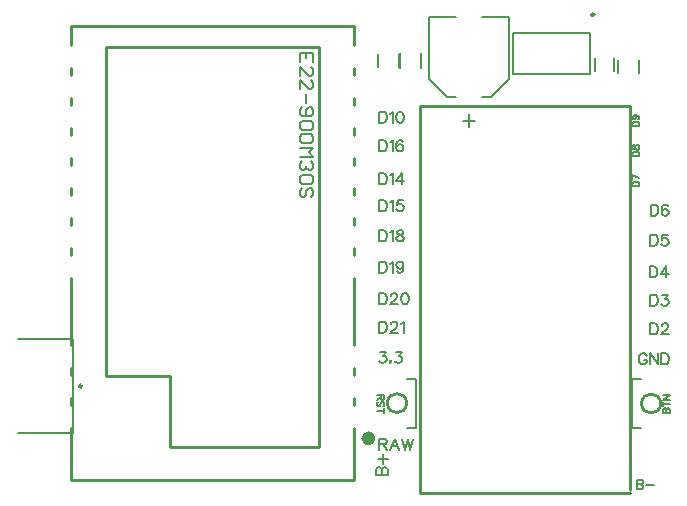
<source format=gbr>
G04*
G04 #@! TF.GenerationSoftware,Altium Limited,Altium Designer,25.5.2 (35)*
G04*
G04 Layer_Color=65535*
%FSLAX44Y44*%
%MOMM*%
G71*
G04*
G04 #@! TF.SameCoordinates,A7D09D84-BF10-4A22-89B3-4961FFB17041*
G04*
G04*
G04 #@! TF.FilePolarity,Positive*
G04*
G01*
G75*
%ADD10C,0.6000*%
%ADD11C,0.2500*%
%ADD12C,0.2286*%
%ADD13C,0.1016*%
%ADD14C,0.2540*%
%ADD15C,0.2000*%
%ADD16C,0.1778*%
%ADD17C,0.1270*%
%ADD18C,0.1524*%
D10*
X283083Y46168D02*
G03*
X283083Y46168I-3000J0D01*
G01*
D11*
X471250Y404950D02*
G03*
X471250Y404950I-1250J0D01*
G01*
X37600Y90424D02*
G03*
X37600Y90424I-1250J0D01*
G01*
D12*
X511266Y75702D02*
G03*
X527532Y75702I8133J0D01*
G01*
D02*
G03*
X511266Y75702I-8133J0D01*
G01*
X296150Y76034D02*
G03*
X312417Y76034I8133J0D01*
G01*
D02*
G03*
X296150Y76034I-8133J0D01*
G01*
X501243Y2844D02*
Y327965D01*
X323443Y304D02*
X501243D01*
X323443D02*
Y327965D01*
X501243D01*
D13*
X11429Y318999D02*
D03*
X4876D02*
D03*
D14*
X28082Y395570D02*
X268082D01*
X28082Y10570D02*
X268082D01*
X28082Y379281D02*
Y395570D01*
Y353881D02*
Y359658D01*
Y328481D02*
Y334258D01*
Y303081D02*
Y308858D01*
Y277681D02*
Y283458D01*
Y252281D02*
Y258058D01*
Y226881D02*
Y232658D01*
Y201481D02*
Y207258D01*
Y125481D02*
Y181858D01*
Y100081D02*
Y105858D01*
Y74681D02*
Y80458D01*
Y10570D02*
Y55058D01*
X268082Y379281D02*
Y395570D01*
Y353881D02*
Y359658D01*
Y328481D02*
Y334258D01*
Y303081D02*
Y308858D01*
Y277681D02*
Y283458D01*
Y252281D02*
Y258058D01*
Y226881D02*
Y232658D01*
Y201481D02*
Y207258D01*
Y125481D02*
Y181858D01*
Y100081D02*
Y105858D01*
Y74681D02*
Y80458D01*
Y10570D02*
Y55058D01*
X58082Y377670D02*
X238082D01*
Y38670D02*
Y377670D01*
X112082Y38670D02*
X238082D01*
X112082D02*
Y98670D01*
X58082D02*
X112082D01*
X58082D02*
Y377670D01*
D15*
X306920Y359750D02*
Y372250D01*
X324920Y359750D02*
Y372250D01*
X288180Y360260D02*
Y371260D01*
X306180Y360260D02*
Y371260D01*
X488000Y357500D02*
Y368500D01*
X472000Y357500D02*
Y368500D01*
X399000Y350500D02*
Y403000D01*
X376000D02*
X399000D01*
X376000Y335000D02*
X383500D01*
X399000Y350500D01*
X331000D02*
X346500Y335000D01*
X354000D01*
X331000Y403000D02*
X354000D01*
X331000Y350500D02*
Y403000D01*
X467525Y354475D02*
Y389525D01*
X402475Y354475D02*
X467525D01*
X402475D02*
Y389525D01*
X467525D01*
X-17000Y130424D02*
X30000D01*
Y50424D02*
Y130424D01*
X-17000Y50424D02*
X30000D01*
X491000Y355500D02*
Y366500D01*
X509000Y355500D02*
Y366500D01*
D16*
X294614Y239700D02*
X295071Y240614D01*
X309701Y220218D02*
Y221132D01*
X525069Y241808D02*
X525526Y240436D01*
X293699Y313715D02*
X294614Y314630D01*
X511962Y7645D02*
X512317Y8000D01*
X307873Y222478D02*
X309244Y222021D01*
X304240Y243789D02*
X304697Y247878D01*
X531698Y209118D02*
X533045Y209575D01*
X530327Y158318D02*
X531698D01*
X294156Y110515D02*
X295071Y111429D01*
X300786Y212928D02*
Y222478D01*
X503453Y292125D02*
X503707Y291312D01*
X528066Y160147D02*
X528523Y159232D01*
X524612Y136474D02*
X525069Y137845D01*
X533070Y234975D02*
X533959Y235890D01*
X304418Y166420D02*
Y167335D01*
X289186Y73443D02*
X289745Y73722D01*
X294614Y187630D02*
X295071Y188544D01*
X505358Y316293D02*
X506171Y316572D01*
X304240Y296875D02*
X305155Y298221D01*
X533501Y116992D02*
X533958Y116077D01*
X310159Y135458D02*
Y145008D01*
X295528Y163246D02*
Y165506D01*
X310616Y169138D02*
X311505D01*
X308787Y313715D02*
X309701Y315087D01*
X506704Y291033D02*
X507263Y290753D01*
X289153Y45948D02*
X293242D01*
X309244Y213385D02*
X309701Y213842D01*
X306984Y289128D02*
X308330Y289585D01*
X528066Y134188D02*
X534416D01*
X289153Y261188D02*
Y270738D01*
X295782Y21005D02*
X296239Y19634D01*
X305155Y190373D02*
X306526Y189916D01*
X509168Y292125D02*
Y293217D01*
X524155Y217322D02*
X524612Y216408D01*
X532751Y71384D02*
X533285Y71663D01*
X532472Y71130D02*
X532751Y71384D01*
X303961Y144094D02*
X304418Y143205D01*
X289153Y135458D02*
Y145008D01*
X292328Y212928D02*
X293699Y213385D01*
X505637Y314489D02*
X506983D01*
X295071Y291414D02*
X295528Y292786D01*
X292184Y79056D02*
X292743Y79336D01*
X308330Y115062D02*
X308787Y113715D01*
X505637Y263550D02*
X506983D01*
X533502Y243611D02*
X533959Y242722D01*
X288035Y29006D02*
X296239D01*
X308330Y195351D02*
X309244Y194462D01*
X508889Y316852D02*
X509168Y317665D01*
X518694Y134188D02*
Y143738D01*
X513410Y118338D02*
X514324Y117881D01*
X300786Y169138D02*
X302615D01*
X293022Y74002D02*
X293276Y74814D01*
X504799Y288696D02*
X505637Y288950D01*
X304240Y321005D02*
X305155Y322351D01*
X532155Y182448D02*
Y191998D01*
X512673Y8737D02*
Y9474D01*
X293699Y247421D02*
X294614Y246532D01*
X308330Y218846D02*
X309244Y219303D01*
X503453Y259740D02*
Y261645D01*
X293699Y322351D02*
X294614Y321462D01*
X309244Y222021D02*
X309701Y221132D01*
X293022Y76719D02*
X293276Y75907D01*
X507796Y288696D02*
X508355Y288417D01*
X309701Y321005D02*
X310159Y318719D01*
X518236Y182448D02*
Y191998D01*
X515086Y6553D02*
X521639D01*
X293699Y144551D02*
X294614Y143662D01*
X289153Y247878D02*
X292328D01*
X308787Y217932D02*
X309701Y217043D01*
X524612Y242722D02*
X525069Y241808D01*
X292328Y313258D02*
X293699Y313715D01*
X507593Y7289D02*
X510870D01*
X298525Y36398D02*
X302157Y45948D01*
X308787Y244246D02*
X309701Y243332D01*
X528955Y209575D02*
X530327Y209118D01*
X533045Y158775D02*
X533959Y159690D01*
X292785Y110058D02*
X294156Y110515D01*
X299414Y221132D02*
X300786Y222478D01*
X505891Y292938D02*
X506171Y293751D01*
X525069Y161975D02*
Y164236D01*
X524155Y135559D02*
X524612Y136474D01*
X534416Y237261D02*
Y237718D01*
X308330Y167335D02*
X309244Y168681D01*
X288374Y73443D02*
X289186D01*
X293699Y186715D02*
X294614Y187630D01*
X503453Y317944D02*
X503707Y317106D01*
X303783Y294589D02*
X304240Y296875D01*
X533958Y116077D02*
X534416Y114706D01*
X308787Y143662D02*
X310159Y145008D01*
X289153Y159588D02*
Y169138D01*
X311505Y159588D02*
X312876Y160045D01*
X307415Y313258D02*
X308787Y313715D01*
X508634Y291033D02*
X508889Y291312D01*
X315620Y36398D02*
X317880Y45948D01*
X304697Y213385D02*
X306069Y212928D01*
X306984Y295046D02*
X308330Y294589D01*
X533959Y141020D02*
Y141935D01*
X289153Y270738D02*
X292328D01*
X294411Y21920D02*
X295325Y21462D01*
X304240Y191262D02*
X305155Y190373D01*
X507263Y294589D02*
X508076D01*
X524612Y216408D02*
X525069Y215036D01*
X533285Y71663D02*
X534098D01*
X529475Y70291D02*
X529729Y71130D01*
X303961Y141376D02*
X304418Y142290D01*
X292463Y77253D02*
X293022Y76719D01*
X292328Y222478D02*
X293699Y222021D01*
X508889Y313397D02*
X509168Y312584D01*
X294614Y290500D02*
X295071Y291414D01*
X292743Y79336D02*
X293022Y79615D01*
X308330Y111429D02*
X308787Y112801D01*
X505358Y291312D02*
X505637Y291846D01*
X531241Y244068D02*
X532156D01*
X294614Y45491D02*
X295071Y45034D01*
X306984Y195808D02*
X308330Y195351D01*
X508355Y316572D02*
X508889Y316852D01*
X529412Y143281D02*
X530327Y143738D01*
X515238Y116992D02*
X515670Y116077D01*
X303783Y264388D02*
X310616D01*
X293276Y67829D02*
Y71639D01*
X506983Y288950D02*
X507796Y288696D01*
X300786Y313258D02*
Y322808D01*
X527608Y185648D02*
X534416D01*
X507593Y10921D02*
X510870D01*
X289153Y145008D02*
X292328D01*
X295528Y43230D02*
Y44145D01*
X309244Y191262D02*
X309701Y192633D01*
X533045Y143281D02*
X533502Y142824D01*
X510692Y117881D02*
X511581Y118338D01*
X292328Y270738D02*
X293699Y270281D01*
X287561Y69734D02*
X293276D01*
X508355Y288417D02*
X508889Y287858D01*
X298525Y321005D02*
X299414Y321462D01*
X522782Y182905D02*
X523697Y183820D01*
X512673Y4724D02*
Y5816D01*
X294614Y143662D02*
X295071Y142748D01*
X289153Y238328D02*
X292328D01*
X304240Y217043D02*
X305155Y217932D01*
X525069Y236804D02*
X525526Y238176D01*
X295071Y315544D02*
X295528Y316916D01*
X510870Y7289D02*
X511962Y6908D01*
X305612Y115976D02*
X308330Y119608D01*
X304240Y243789D02*
X304697Y244246D01*
X528523Y210032D02*
X528955Y209575D01*
X533959Y163322D02*
X534416Y161975D01*
X290067Y110515D02*
X291413Y110058D01*
X298525Y246075D02*
X299414Y246532D01*
X506704Y294310D02*
X507263Y294589D01*
X524612Y165608D02*
X525069Y164236D01*
X523240Y134645D02*
X524155Y135559D01*
X531241Y234518D02*
X531698D01*
X309244Y168681D02*
X310616Y169138D01*
X288492Y21920D02*
X289407D01*
X289153Y186258D02*
X292328D01*
X506171Y316572D02*
X506704Y317106D01*
X303783Y292328D02*
X304240Y293675D01*
X533958Y111074D02*
X534416Y112445D01*
X307873Y143205D02*
X308787Y143662D01*
X289153Y169138D02*
X292328D01*
X310616Y159588D02*
X311505D01*
X303783Y317373D02*
X304240Y315087D01*
X508076Y290753D02*
X508634Y291033D01*
X307873Y212928D02*
X309244Y213385D01*
X308330Y289585D02*
X309244Y290500D01*
X524155Y159690D02*
X524612Y160604D01*
X295325Y21462D02*
X295782Y21005D01*
X303783Y193091D02*
X304240Y194462D01*
X504799Y291033D02*
X505358Y291312D01*
X525069Y212776D02*
Y215036D01*
X534098Y71663D02*
X534656Y71384D01*
X529475Y67853D02*
Y70291D01*
X303072Y140004D02*
X303961Y141376D01*
X291371Y76999D02*
X291930Y77253D01*
X289153Y212928D02*
X292328D01*
X509168Y310679D02*
Y312584D01*
X293699Y289585D02*
X294614Y290500D01*
X529475Y75371D02*
X535190D01*
X291650Y79056D02*
X292184D01*
X307415Y110515D02*
X308330Y111429D01*
X509168Y317665D02*
Y318198D01*
X505637Y291846D02*
X505891Y292938D01*
X529475Y73466D02*
Y77276D01*
X295071Y45034D02*
X295528Y44145D01*
X306526Y195808D02*
X306984D01*
X508076Y319569D02*
X508889Y319036D01*
X532155Y143738D02*
X533045Y143281D01*
X509320Y111074D02*
X509777Y110159D01*
X292328Y261188D02*
X293699Y261645D01*
X505637Y293497D02*
X505891Y292404D01*
X295071Y42316D02*
X295528Y43230D01*
X309244Y188087D02*
X309701Y190373D01*
X530327Y143738D02*
X532155D01*
X509777Y116992D02*
X510692Y117881D01*
X295528Y264846D02*
Y267106D01*
X289407Y21920D02*
X290321Y21462D01*
X307415Y218389D02*
X308787Y217932D01*
X508889Y287858D02*
X509168Y287045D01*
X523698Y243611D02*
X524612Y242722D01*
X309701Y315087D02*
X310159Y317373D01*
X521411Y182448D02*
X522782Y182905D01*
X295071Y142748D02*
X295528Y141376D01*
X289153Y238328D02*
Y247878D01*
X305155Y217932D02*
X306526Y218389D01*
X524612Y235890D02*
X525069Y236804D01*
X294614Y314630D02*
X295071Y315544D01*
X523240Y158775D02*
X524155Y159690D01*
X303326Y119608D02*
X308330D01*
X304697Y244246D02*
X306069Y244703D01*
X528066Y210947D02*
X528523Y210032D01*
X534416Y161061D02*
Y161975D01*
X289610Y110972D02*
X290067Y110515D01*
X300786Y238328D02*
Y247878D01*
X506983Y314489D02*
X507796Y314235D01*
X523697Y183820D02*
X524154Y184734D01*
X523240Y143281D02*
X524155Y142392D01*
X533070Y239979D02*
X533959Y239065D01*
X307873Y165049D02*
X308330Y167335D01*
X292125Y21462D02*
X293039Y21920D01*
X289153Y186258D02*
Y195808D01*
X505079Y316293D02*
X505358D01*
X304240Y293675D02*
X305155Y294589D01*
X533501Y110159D02*
X533958Y111074D01*
X512317Y6553D02*
X512673Y5816D01*
X295071Y161874D02*
X295528Y163246D01*
X307873Y163703D02*
X308330Y161417D01*
X304240Y315087D02*
X305155Y313715D01*
X506171Y291566D02*
X506704Y291033D01*
X313333Y45948D02*
X315620Y36398D01*
X304240Y213842D02*
X304697Y213385D01*
X305155Y294589D02*
X306526Y295046D01*
X524155Y166522D02*
X524612Y165608D01*
X286689Y15544D02*
X296239D01*
X304240Y194462D02*
X305155Y195351D01*
X504799Y294310D02*
X505358Y294030D01*
X524612Y211404D02*
X525069Y212776D01*
X534656Y71384D02*
X534910Y71130D01*
X528523Y237718D02*
X528981Y235890D01*
X298525Y135458D02*
X303072Y140004D01*
X291117Y76719D02*
X291371Y76999D01*
X289153Y222478D02*
X292328D01*
X504266Y313956D02*
X504799Y314235D01*
X292328Y289128D02*
X293699Y289585D01*
X529475Y79080D02*
X535190D01*
X290558Y80428D02*
Y82892D01*
X308787Y112801D02*
Y113715D01*
X505891Y292404D02*
X506171Y291566D01*
X528040Y108788D02*
X531215D01*
X510870Y7289D02*
X511962Y7645D01*
X295528Y241986D02*
Y244246D01*
X304697Y222021D02*
X306069Y222478D01*
X503707Y262458D02*
X504266Y263017D01*
X294614Y321462D02*
X295071Y320548D01*
X509777Y110159D02*
X510692Y109245D01*
X309701Y243332D02*
X310159Y241986D01*
X309701Y291871D02*
Y292328D01*
X533959Y159690D02*
X534416Y161061D01*
X298525Y110058D02*
X299414Y110972D01*
X300786Y186258D02*
Y195808D01*
X503707Y291312D02*
X504266Y291033D01*
X528523Y214579D02*
X528955Y218668D01*
X531100Y71663D02*
X531659Y71384D01*
X528523Y237718D02*
X528981Y239065D01*
X302615Y145008D02*
X303504Y144551D01*
X292463Y73443D02*
X293022Y74002D01*
X293699Y195351D02*
X294614Y194462D01*
X503453Y310679D02*
Y312584D01*
X299414Y297332D02*
X300786Y298678D01*
X518693Y118338D02*
X525043Y108788D01*
X294614Y160959D02*
X295071Y161874D01*
X518236Y182448D02*
X521411D01*
X309244Y160045D02*
X310616Y159588D01*
X295528Y139115D02*
Y141376D01*
X293699Y222021D02*
X294614Y221132D01*
X523698Y234975D02*
X524612Y235890D01*
X289153Y313258D02*
X292328D01*
X521869Y158318D02*
X523240Y158775D01*
X305612Y115976D02*
X306984D01*
X306069Y244703D02*
X307415D01*
X530327Y209118D02*
X531698D01*
X529870Y239979D02*
X531241Y240436D01*
X289153Y111887D02*
X289610Y110972D01*
X299414Y246532D02*
X300786Y247878D01*
X507796Y314235D02*
X508355Y313956D01*
X524612Y160604D02*
X525069Y161975D01*
X524155Y142392D02*
X524612Y141478D01*
X513410Y108788D02*
X514324Y109245D01*
X303961Y168224D02*
X304418Y167335D01*
X293039Y21920D02*
X294411D01*
X289153Y195808D02*
X292328D01*
X503707Y319036D02*
X504266Y319569D01*
X308787Y298221D02*
X309244Y297332D01*
X532587Y109245D02*
X533501Y110159D01*
X512317Y4013D02*
X512673Y4724D01*
X292328Y238328D02*
X293699Y238785D01*
X308330Y161417D02*
X309244Y160045D01*
X305155Y313715D02*
X306526Y313258D01*
X511962Y3632D02*
X512317Y4013D01*
X311073Y36398D02*
X313333Y45948D01*
X306069Y212928D02*
X307873D01*
X306526Y295046D02*
X306984D01*
X528955Y167868D02*
X533959D01*
X296239Y15544D02*
Y19634D01*
X303783Y192633D02*
X304240Y191262D01*
X503707Y294030D02*
X504266Y294310D01*
X528955Y215036D02*
X530327Y215493D01*
X534910Y71130D02*
X535190Y70291D01*
X528981Y235890D02*
X529870Y234975D01*
X298983Y142748D02*
Y143205D01*
X291930Y77253D02*
X292463D01*
X289153Y212928D02*
Y222478D01*
X504799Y314235D02*
X505637Y314489D01*
X289153Y289128D02*
Y298678D01*
X529475Y79080D02*
X535190Y82915D01*
X287561Y82892D02*
X293276D01*
X306069Y110058D02*
X307415Y110515D01*
X294614Y269392D02*
X295071Y268478D01*
X290778Y21005D02*
X291236Y19634D01*
X307873Y163703D02*
Y165049D01*
X503453Y285140D02*
X509168D01*
X519151Y234518D02*
Y244068D01*
X303783Y318719D02*
X304240Y321005D01*
X524154Y189738D02*
X524611Y188366D01*
X289153Y159588D02*
X292328D01*
X295071Y137744D02*
X295528Y139115D01*
X294614Y221132D02*
X295071Y220218D01*
X522326Y234518D02*
X523698Y234975D01*
X289153Y298678D02*
X292328D01*
X518694Y158318D02*
X521869D01*
X293276Y80428D02*
Y82892D01*
X303326Y110515D02*
X304697Y110058D01*
X307415Y244703D02*
X308787Y244246D01*
X521869Y218668D02*
X523240Y218211D01*
X531698Y240436D02*
X533070Y239979D01*
X291413Y110058D02*
X292785D01*
X300786Y261188D02*
Y270738D01*
X506983Y317944D02*
Y318198D01*
X524154Y184734D02*
X524611Y186105D01*
X524612Y141478D02*
X525069Y140106D01*
X514324Y109245D02*
X515238Y110159D01*
X298983Y166878D02*
Y167335D01*
X287603Y21462D02*
X288492Y21920D01*
X295528Y112801D02*
Y113715D01*
X503453Y317944D02*
Y318198D01*
X307415Y298678D02*
X308787Y298221D01*
X531215Y108788D02*
X532587Y109245D01*
X511962Y6908D02*
X512317Y6553D01*
X293699Y238785D02*
X294614Y239700D01*
X304240Y221132D02*
X304697Y222021D01*
X306526Y313258D02*
X307415D01*
X510870Y3276D02*
X511962Y3632D01*
X308787Y45948D02*
X311073Y36398D01*
X309701Y217043D02*
X310159Y216128D01*
X309244Y293675D02*
X309701Y292328D01*
X531698Y158318D02*
X533045Y158775D01*
X298983Y112344D02*
X299414Y111887D01*
X303783Y192633D02*
Y193091D01*
X503453Y293217D02*
X503707Y294030D01*
X531698Y215493D02*
X533045Y215036D01*
X529729Y71130D02*
X530008Y71384D01*
X528523Y237718D02*
Y239979D01*
X298983Y143205D02*
X299414Y144094D01*
X287840Y74002D02*
X288374Y73443D01*
X292328Y186258D02*
X293699Y186715D01*
X503453Y310679D02*
X509168D01*
X289153Y289128D02*
X292328D01*
X529475Y82915D02*
X535190D01*
X293699Y160045D02*
X294614Y160959D01*
X312876Y160045D02*
X313791Y161417D01*
X505358Y294030D02*
X505637Y293497D01*
X294614Y41859D02*
X295071Y42316D01*
X309244Y194462D02*
X309701Y192633D01*
X533502Y142824D02*
X533959Y141935D01*
X509320Y116077D02*
X509777Y116992D01*
X295071Y263474D02*
X295528Y264846D01*
X290321Y21462D02*
X290778Y21005D01*
X304240Y220218D02*
X304697Y219303D01*
X509168Y285140D02*
Y287045D01*
X519151Y244068D02*
X522326D01*
X310159Y317373D02*
Y318719D01*
X313791Y161417D02*
X314248Y163703D01*
X506983Y263550D02*
X507796Y263296D01*
X292125Y24917D02*
Y33096D01*
X303783Y216128D02*
X304240Y217043D01*
X295528Y316916D02*
Y319176D01*
X533502Y140106D02*
X533959Y141020D01*
X508863Y112445D02*
X509320Y111074D01*
X295071Y268478D02*
X295528Y267106D01*
X291693Y21005D02*
X292125Y21462D01*
X308330Y186715D02*
X309244Y188087D01*
X508076Y294589D02*
X508634Y294310D01*
X525526Y238176D02*
Y240436D01*
X303783Y317373D02*
Y318719D01*
X521411Y191998D02*
X522782Y191541D01*
X303961Y165506D02*
X304418Y166420D01*
X294614Y136829D02*
X295071Y137744D01*
Y220218D02*
X295528Y218846D01*
X519151Y234518D02*
X522326D01*
X292328Y298678D02*
X293699Y298221D01*
X518694Y167868D02*
X521869D01*
X287561Y79056D02*
X290558Y80961D01*
X302869Y110972D02*
X303326Y110515D01*
X304697Y247878D02*
X309244D01*
X518694Y209118D02*
Y218668D01*
X531241Y240436D02*
X531698D01*
X298525Y268935D02*
X299414Y269392D01*
X506704Y317106D02*
X506983Y317944D01*
X528523Y159232D02*
X528955Y158775D01*
X521869Y134188D02*
X523240Y134645D01*
X515238Y110159D02*
X515670Y111074D01*
X298983Y167335D02*
X299414Y168224D01*
X286689Y15544D02*
Y19634D01*
X294614Y115519D02*
X295071Y115062D01*
X505358Y319849D02*
X506171Y319569D01*
X299414Y321462D02*
X300786Y322808D01*
X528040Y118338D02*
X531215D01*
X512317Y8000D02*
X512673Y8737D01*
X295071Y240614D02*
X295528Y241986D01*
X306526Y218389D02*
X308330Y218846D01*
X292328Y322808D02*
X293699Y322351D01*
X507593Y3276D02*
X510870D01*
X302157Y45948D02*
X305790Y36398D01*
X299872Y39598D02*
X304418D01*
X305155Y289585D02*
X306526Y289128D01*
X528955Y158775D02*
X530327Y158318D01*
X299414Y110972D02*
Y111887D01*
Y194462D02*
X300786Y195808D01*
X504266Y291033D02*
X504799D01*
X530327Y215493D02*
X531698D01*
X530008Y71384D02*
X530567Y71663D01*
X528981Y239065D02*
X529870Y239979D01*
X299872Y144551D02*
X300786Y145008D01*
X287561Y74814D02*
X287840Y74002D01*
X292328Y195808D02*
X293699Y195351D01*
X503453Y312584D02*
X503707Y313397D01*
X309244Y290500D02*
X309701Y291871D01*
X518693Y108788D02*
Y118338D01*
X292328Y159588D02*
X293699Y160045D01*
X507593Y3276D02*
Y10921D01*
X289153Y41401D02*
X293242D01*
X309701Y190373D02*
Y192633D01*
X528523Y141478D02*
Y141935D01*
X508863Y114706D02*
X509320Y116077D01*
X303783Y240157D02*
X304240Y239242D01*
X521869Y209118D02*
X523240Y209575D01*
X533502Y163779D02*
X533959Y163322D01*
X295071Y111429D02*
X295528Y112801D01*
X298525Y220675D02*
X299414Y221132D01*
X506171Y293751D02*
X506704Y294310D01*
X524155Y210490D02*
X524612Y211404D01*
X535190Y67853D02*
Y70291D01*
X531698Y234518D02*
X533070Y234975D01*
X300786Y145008D02*
X302615D01*
X289745Y73722D02*
X290025Y74002D01*
X295071Y188544D02*
X295528Y189916D01*
X503707Y317106D02*
X504266Y316572D01*
X305155Y298221D02*
X306526Y298678D01*
X532587Y117881D02*
X533501Y116992D01*
X511581Y118338D02*
X513410D01*
X295071Y166878D02*
X295528Y165506D01*
X314248Y163703D02*
Y165049D01*
X509168Y259740D02*
Y261645D01*
X293242Y41401D02*
X294614Y41859D01*
X303783Y214757D02*
X304240Y213842D01*
Y290500D02*
X305155Y289585D01*
X528955Y142824D02*
X529412Y143281D01*
X289153Y261188D02*
X292328D01*
X291236Y15544D02*
Y19634D01*
X306069Y222478D02*
X307873D01*
X507263Y290753D02*
X508076D01*
X523240Y218211D02*
X524155Y217322D01*
X531913Y71130D02*
X532192Y70291D01*
X531659Y71384D02*
X531913Y71130D01*
X303504Y144551D02*
X303961Y144094D01*
X518694Y143738D02*
X521869D01*
X515670Y111074D02*
Y112445D01*
X299872Y168681D02*
X300786Y169138D01*
X290279Y74535D02*
X290837Y76161D01*
X292328Y115976D02*
X295071Y119608D01*
X503453Y287045D02*
X503707Y287858D01*
X305155Y322351D02*
X306526Y322808D01*
X534416Y112445D02*
Y114706D01*
X510870Y10921D02*
X511962Y10566D01*
X292328Y247878D02*
X293699Y247421D01*
X304697Y219303D02*
X305612Y218846D01*
X503453Y261645D02*
X503707Y262458D01*
X295071Y320548D02*
X295528Y319176D01*
X510692Y109245D02*
X511581Y108788D01*
X309701Y239700D02*
X310159Y241071D01*
X306526Y289128D02*
X306984D01*
X531241Y164236D02*
X533959Y167868D01*
X298983Y111429D02*
X299414Y111887D01*
X298525Y194005D02*
X299414Y194462D01*
X504266Y294310D02*
X504799D01*
X528955Y218668D02*
X533502D01*
X532192Y70291D02*
X532472Y71130D01*
X533959Y239065D02*
X534416Y237718D01*
X299414Y144094D02*
X299872Y144551D01*
X287840Y76719D02*
X288374Y77253D01*
X295071Y193548D02*
X295528Y192176D01*
X503707Y313397D02*
X504266Y313956D01*
X300786Y289128D02*
Y298678D01*
X525043Y108788D02*
Y118338D01*
X293699Y168681D02*
X294614Y167792D01*
X311505Y169138D02*
X312876Y168681D01*
X507796Y263296D02*
X508355Y263017D01*
X289153Y36398D02*
Y45948D01*
X310159Y214757D02*
Y216128D01*
X303783Y292328D02*
Y294589D01*
X532613Y138734D02*
X533502Y140106D01*
X294614Y262560D02*
X295071Y263474D01*
X287146Y21005D02*
X287603Y21462D01*
X306984Y186258D02*
X308330Y186715D01*
X508634Y294310D02*
X508889Y294030D01*
X533959Y210490D02*
X534416Y211861D01*
X522782Y191541D02*
X523697Y190652D01*
X303072Y164135D02*
X303961Y165506D01*
X293699Y135915D02*
X294614Y136829D01*
X295528Y216586D02*
Y218846D01*
X522326Y244068D02*
X523698Y243611D01*
X293699Y298221D02*
X294614Y297332D01*
X521869Y167868D02*
X523240Y167411D01*
X293022Y79615D02*
X293276Y80428D01*
X302437Y111887D02*
X302869Y110972D01*
X304240Y239242D02*
X304697Y238785D01*
X518694Y218668D02*
X521869D01*
X528981Y242265D02*
X529870Y243611D01*
X299414Y269392D02*
X300786Y270738D01*
X506704Y319036D02*
X506983Y318198D01*
X503453Y265353D02*
Y269189D01*
X521869Y143738D02*
X523240Y143281D01*
X511581Y108788D02*
X513410D01*
X299414Y168224D02*
X299872Y168681D01*
X290837Y76161D02*
X291117Y76719D01*
X295071Y115062D02*
X295528Y113715D01*
X504266Y288417D02*
X504799Y288696D01*
X306526Y322808D02*
X307415D01*
X306984Y115976D02*
X307873Y115519D01*
X504266Y263017D02*
X504799Y263296D01*
X529870Y243611D02*
X531241Y244068D01*
X308330Y190373D02*
X309244Y191262D01*
X508355Y313956D02*
X508889Y313397D01*
X506171Y319569D02*
X506704Y319036D01*
X518694Y134188D02*
X521869D01*
X513410Y112445D02*
X515670D01*
X302615Y169138D02*
X303504Y168681D01*
X293276Y74814D02*
Y75907D01*
X293699Y115976D02*
X294614Y115519D01*
X503707Y287858D02*
X504266Y288417D01*
X308787Y322351D02*
X309701Y321005D01*
X523697Y190652D02*
X524154Y189738D01*
X511962Y10566D02*
X512317Y10185D01*
X294614Y246532D02*
X295071Y245618D01*
X304240Y220218D02*
Y221132D01*
X503453Y269189D02*
X509168Y266446D01*
X289153Y313258D02*
Y322808D01*
X310159Y241071D02*
Y241986D01*
X307415Y238328D02*
X308787Y238785D01*
X523240Y209575D02*
X524155Y210490D01*
X531241Y164236D02*
X532613D01*
X298525Y111887D02*
X298983Y111429D01*
X306069Y186258D02*
X306984D01*
X503453Y292125D02*
Y293217D01*
X528523Y214579D02*
X528955Y215036D01*
X532192Y67853D02*
Y70291D01*
X529870Y234975D02*
X531241Y234518D01*
X298525Y135458D02*
X304875D01*
X287561Y74814D02*
Y75907D01*
X295528Y189916D02*
Y192176D01*
X503453Y318198D02*
X503707Y319036D01*
X298525Y296875D02*
X299414Y297332D01*
X528040Y108788D02*
Y118338D01*
X294614Y167792D02*
X295071Y166878D01*
X313791Y167335D02*
X314248Y165049D01*
X508355Y263017D02*
X508889Y262458D01*
X293242Y45948D02*
X294614Y45491D01*
X309701Y213842D02*
X310159Y214757D01*
X308330Y294589D02*
X309244Y293675D01*
X528066Y134188D02*
X532613Y138734D01*
X293699Y261645D02*
X294614Y262560D01*
X291236Y19634D02*
X291693Y21005D01*
X304697Y186715D02*
X306069Y186258D01*
X508889Y291312D02*
X509168Y292125D01*
X533959Y214122D02*
X534416Y212776D01*
X523240Y167411D02*
X524155Y166522D01*
X524611Y186105D02*
Y188366D01*
X298525Y159588D02*
X303072Y164135D01*
X292328Y135458D02*
X293699Y135915D01*
X295071Y215214D02*
X295528Y216586D01*
X303783Y264388D02*
X308330Y270738D01*
X294614Y297332D02*
X295071Y296418D01*
X518694Y158318D02*
Y167868D01*
X291117Y79336D02*
X291650Y79056D01*
X304697Y110058D02*
X306069D01*
Y238328D02*
X307415D01*
X533045Y209575D02*
X533959Y210490D01*
X528523Y239979D02*
X528981Y242265D01*
X306526Y189916D02*
X306984D01*
X506704Y319849D02*
X508076Y319569D01*
X504266D02*
X505358Y319849D01*
X292328Y145008D02*
X293699Y144551D01*
Y213385D02*
X294614Y214300D01*
X308787Y238785D02*
X309701Y239700D01*
X295528Y292786D02*
Y295046D01*
X290558Y80428D02*
X290837Y79615D01*
X307873Y115519D02*
X308330Y115062D01*
X504799Y263296D02*
X505637Y263550D01*
X532156Y244068D02*
X533502Y243611D01*
X290067Y119608D02*
X295071D01*
X306984Y189916D02*
X308330Y190373D01*
X508889Y319036D02*
X509168Y318198D01*
X505358Y319849D02*
X506704D01*
X525069Y137845D02*
Y140106D01*
X514324Y117881D02*
X515238Y116992D01*
X303504Y168681D02*
X303961Y168224D01*
X287561Y75907D02*
X287840Y76719D01*
X292328Y115976D02*
X293699D01*
X503453Y285140D02*
Y287045D01*
X307415Y322808D02*
X308787Y322351D01*
X527608Y185648D02*
X532155Y191998D01*
X512317Y10185D02*
X512673Y9474D01*
X295071Y245618D02*
X295528Y244246D01*
X309244Y219303D02*
X309701Y220218D01*
X503453Y259740D02*
X509168D01*
X289153Y322808D02*
X292328D01*
X305612Y218846D02*
X307415Y218389D01*
X304697Y238785D02*
X306069Y238328D01*
X518694Y209118D02*
X521869D01*
X532613Y164236D02*
X533502Y163779D01*
X298525Y111887D02*
X298983Y112344D01*
X305155Y195351D02*
X306526Y195808D01*
X505637Y288950D02*
X506983D01*
X534416Y211861D02*
Y212776D01*
X529475Y67853D02*
X535190D01*
X533959Y235890D02*
X534416Y237261D01*
X304418Y142290D02*
Y143205D01*
X290025Y74002D02*
X290279Y74535D01*
X294614Y194462D02*
X295071Y193548D01*
X504266Y316572D02*
X505079Y316293D01*
X306526Y298678D02*
X307415D01*
X531215Y118338D02*
X532587Y117881D01*
X508863Y112445D02*
Y114706D01*
X292328Y169138D02*
X293699Y168681D01*
X312876D02*
X313791Y167335D01*
X508889Y262458D02*
X509168Y261645D01*
X292328Y41401D02*
X295528Y36398D01*
X303783Y214757D02*
Y216128D01*
Y292328D02*
X304240Y290500D01*
X528523Y141935D02*
X528955Y142824D01*
X293699Y270281D02*
X294614Y269392D01*
X286689Y19634D02*
X287146Y21005D01*
X304240Y187630D02*
X304697Y186715D01*
X508889Y294030D02*
X509168Y293217D01*
X533045Y215036D02*
X533959Y214122D01*
X530567Y71663D02*
X531100D01*
X518236Y191998D02*
X521411D01*
X298525Y159588D02*
X304875D01*
X289153Y135458D02*
X292328D01*
X294614Y214300D02*
X295071Y215214D01*
X308330Y261188D02*
Y270738D01*
X295071Y296418D02*
X295528Y295046D01*
X290837Y79615D02*
X291117Y79336D01*
D17*
X503637Y54940D02*
X510567D01*
X313115Y55272D02*
X320045D01*
Y96796D01*
X313115D02*
X320045D01*
X503637Y96464D02*
X510567D01*
X503637Y54940D02*
Y96464D01*
D18*
X233259Y364552D02*
Y372170D01*
X221833D01*
Y364552D01*
X227546Y372170D02*
Y368361D01*
X221833Y353126D02*
Y360743D01*
X229450Y353126D01*
X231355D01*
X233259Y355030D01*
Y358839D01*
X231355Y360743D01*
X221833Y341699D02*
Y349317D01*
X229450Y341699D01*
X231355D01*
X233259Y343604D01*
Y347413D01*
X231355Y349317D01*
X227546Y337891D02*
Y330273D01*
X223737Y326464D02*
X221833Y324560D01*
Y320751D01*
X223737Y318847D01*
X231355D01*
X233259Y320751D01*
Y324560D01*
X231355Y326464D01*
X229450D01*
X227546Y324560D01*
Y318847D01*
X231355Y315038D02*
X233259Y313134D01*
Y309325D01*
X231355Y307421D01*
X223737D01*
X221833Y309325D01*
Y313134D01*
X223737Y315038D01*
X231355D01*
Y303612D02*
X233259Y301707D01*
Y297899D01*
X231355Y295994D01*
X223737D01*
X221833Y297899D01*
Y301707D01*
X223737Y303612D01*
X231355D01*
X221833Y292185D02*
X233259D01*
X229450Y288377D01*
X233259Y284568D01*
X221833D01*
X231355Y280759D02*
X233259Y278855D01*
Y275046D01*
X231355Y273142D01*
X229450D01*
X227546Y275046D01*
Y276950D01*
Y275046D01*
X225642Y273142D01*
X223737D01*
X221833Y275046D01*
Y278855D01*
X223737Y280759D01*
X231355Y269333D02*
X233259Y267428D01*
Y263620D01*
X231355Y261715D01*
X223737D01*
X221833Y263620D01*
Y267428D01*
X223737Y269333D01*
X231355D01*
Y250289D02*
X233259Y252193D01*
Y256002D01*
X231355Y257906D01*
X229450D01*
X227546Y256002D01*
Y252193D01*
X225642Y250289D01*
X223737D01*
X221833Y252193D01*
Y256002D01*
X223737Y257906D01*
X370448Y315276D02*
X360000D01*
X365224Y320500D02*
Y310052D01*
M02*

</source>
